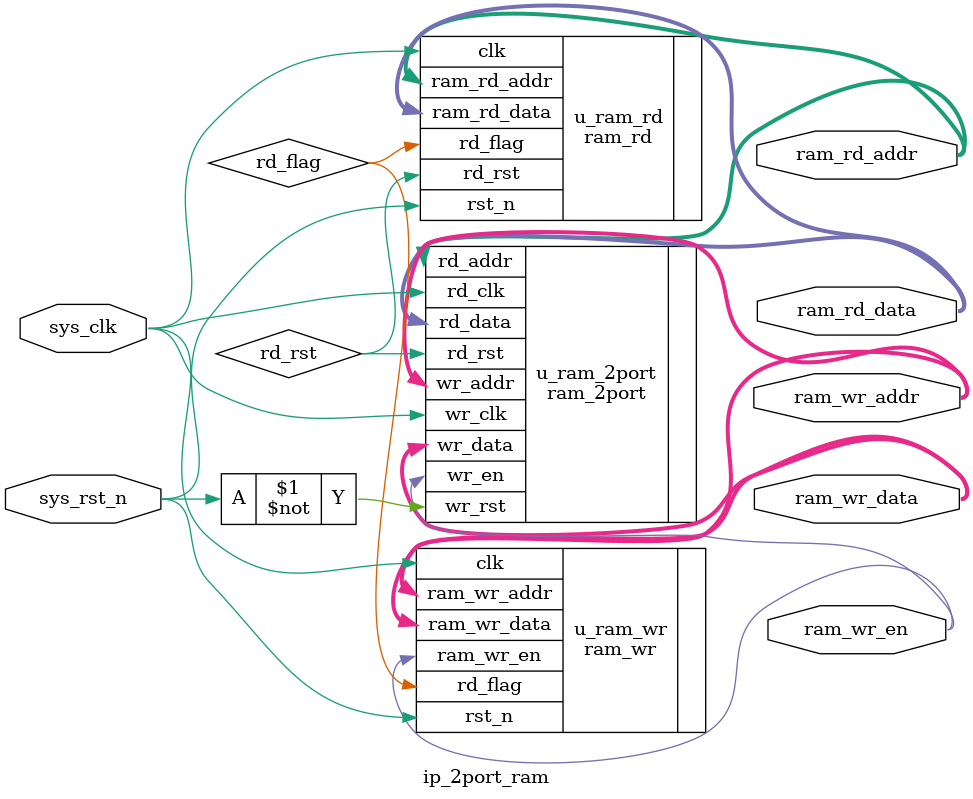
<source format=v>

module ip_2port_ram(
    input               sys_clk        ,  //ÏµÍ³Ê±ÖÓ
    input               sys_rst_n      ,  //ÏµÍ³¸´Î»£¬µÍµçÆ½ÓÐÐ§
    
    //ÈßÓàÂß¼­£¬½ö½öÊÇÎªÁË½«¶Ë¿ÚÀ­³öÈ¥£¬·ñÔòÃ»ÓÐÊä³öÐÅºÅµÄ»°ÎÞ·¨ÔÚÏß×¥È¡ÐÅºÅ
    //ÎÞÐè·ÖÅäÒý½Å
    output              ram_wr_en      ,
    output    [4:0]     ram_wr_addr    ,
    output    [7:0]     ram_wr_data    ,
    output    [4:0]     ram_rd_addr    ,
    output    [7:0]     ram_rd_data  
    );
   
//wire define
wire        rd_rst  ;   //¶Á¶Ë¿Ú¸´Î»(Ê¹ÄÜ)ÐÅºÅ
wire        rd_flag ;   //¶ÁÆô¶¯±êÖ¾

//*****************************************************
//**                    main code
//*****************************************************

ram_2port u_ram_2port (
  .wr_data    (ram_wr_data),    // input [7:0]  ramÐ´Êý¾Ý
  .wr_addr    (ram_wr_addr),    // input [4:0]  ramÐ´µØÖ·
  .wr_en      (ram_wr_en  ),    // input        
  .wr_clk     (sys_clk    ),    // input
  .wr_rst     (~sys_rst_n ),    // input
  .rd_addr    (ram_rd_addr),    // input [4:0]  ram¶ÁµØÖ·
  .rd_data    (ram_rd_data),    // output [7:0] ram¶ÁÊý¾Ý 
  .rd_clk     (sys_clk    ),    // input
  .rd_rst     (rd_rst     )     // input
);

//RAMÐ´Ä£¿é
ram_wr u_ram_wr(
    .clk           (sys_clk    ),
    .rst_n         (sys_rst_n  ),
    .rd_flag       (rd_flag    ),
    .ram_wr_en     (ram_wr_en  ), //ramÐ´Ê¹ÄÜ 
    .ram_wr_addr   (ram_wr_addr),
    .ram_wr_data   (ram_wr_data)
    );

//RAM¶ÁÄ£¿é    
ram_rd u_ram_rd(
    .clk           (sys_clk    ),
    .rst_n         (sys_rst_n  ),
    .rd_rst        (rd_rst     ), //ram¶Á¶Ë¿Ú¸´Î»£¨Ê¹ÄÜ£©ÐÅºÅ
    .rd_flag       (rd_flag    ),
    .ram_rd_addr   (ram_rd_addr),
    .ram_rd_data   (ram_rd_data)
    );

endmodule
</source>
